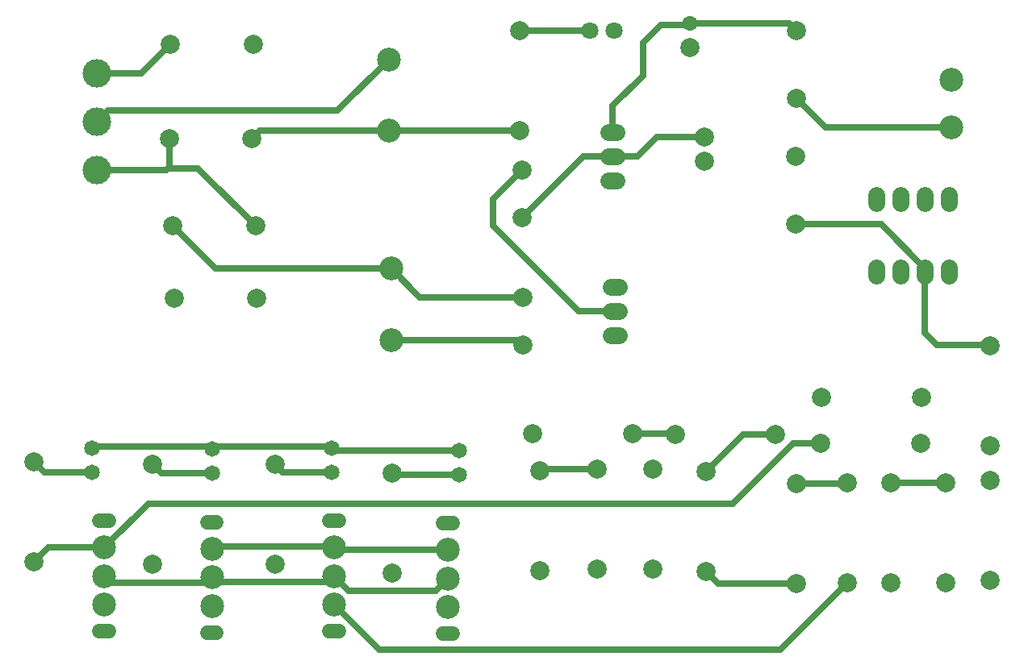
<source format=gtl>
G04 Layer: TopLayer*
G04 EasyEDA v6.4.31, 2022-02-09 14:31:59*
G04 ad555750bb3e4896a058101514d61d8c,ad51392aa1584b92a576f04d086679f3,10*
G04 Gerber Generator version 0.2*
G04 Scale: 100 percent, Rotated: No, Reflected: No *
G04 Dimensions in millimeters *
G04 leading zeros omitted , absolute positions ,4 integer and 5 decimal *
%FSLAX45Y45*%
%MOMM*%

%ADD11C,0.7000*%
%ADD12C,2.0000*%
%ADD13C,1.6510*%
%ADD14C,2.5000*%
%ADD15C,1.8000*%
%ADD16C,1.6000*%
%ADD17C,3.0000*%
%ADD18C,1.5000*%

%LPD*%
D11*
X10414000Y2095500D02*
G01*
X10414000Y1447800D01*
X10541000Y1320800D01*
X11091392Y1320800D01*
X11099800Y1312392D01*
X9317481Y292100D02*
G01*
X9034272Y292100D01*
X8399272Y-342900D01*
X2265425Y-342900D01*
X1803400Y-804926D01*
X2489200Y3175000D02*
G01*
X2781300Y3175000D01*
X3394202Y2578100D01*
X1727200Y3162300D02*
G01*
X2453259Y3162300D01*
X2485999Y3195043D01*
X5524502Y215900D02*
G01*
X4216402Y215900D01*
X4191002Y241300D01*
X2298702Y254888D02*
G01*
X2907413Y254888D01*
X2933702Y228600D01*
X4813302Y1377594D02*
G01*
X6144795Y1377594D01*
X6197602Y1324787D01*
X6184902Y2658287D02*
G01*
X6828614Y3302000D01*
X7136919Y3302000D01*
X4216402Y-804900D02*
G01*
X4203016Y-791514D01*
X2959788Y-791514D01*
X2933702Y-817600D01*
X5410202Y-830300D02*
G01*
X4241802Y-830300D01*
X4216402Y-804900D01*
X10693402Y3610355D02*
G01*
X9369046Y3610355D01*
X9067802Y3911600D01*
X7136919Y3302000D02*
G01*
X7397777Y3302000D01*
X7600977Y3505200D01*
X8102602Y3505200D01*
X6197602Y1824786D02*
G01*
X5116095Y1824786D01*
X4813302Y2127580D01*
X6159502Y3577081D02*
G01*
X4790290Y3577081D01*
X4787902Y3574694D01*
X4787902Y3574694D02*
G01*
X3438197Y3574694D01*
X3356002Y3492500D01*
X6896102Y4622800D02*
G01*
X6163795Y4622800D01*
X6159502Y4627092D01*
X10058402Y-122707D02*
G01*
X10629902Y-122707D01*
X9067800Y-1185418D02*
G01*
X8242302Y-1185418D01*
X8115300Y-1058415D01*
X9601202Y-1172718D02*
G01*
X8895946Y-1877974D01*
X4689477Y-1877974D01*
X4216402Y-1404899D01*
X1727200Y4178300D02*
G01*
X2193899Y4178300D01*
X2498699Y4483100D01*
X8115302Y-8407D02*
G01*
X8504709Y381000D01*
X8843520Y381000D01*
X5524502Y-38100D02*
G01*
X4842995Y-38100D01*
X4826002Y-21107D01*
X4191002Y-12700D02*
G01*
X3674595Y-12700D01*
X3594102Y67792D01*
X1676402Y-12700D02*
G01*
X1172695Y-12700D01*
X1066802Y93192D01*
X6972302Y16992D02*
G01*
X6388102Y16992D01*
X6375402Y4292D01*
X9067800Y-135407D02*
G01*
X9588502Y-135407D01*
X9601200Y-122709D01*
X7344920Y393700D02*
G01*
X7780809Y393700D01*
X7793509Y381000D01*
X2933702Y-25400D02*
G01*
X2404595Y-25400D01*
X2311402Y67792D01*
X1803402Y-804900D02*
G01*
X1218719Y-804900D01*
X1066802Y-956818D01*
X2486002Y3195040D02*
G01*
X2486002Y3492500D01*
X7950202Y4699000D02*
G01*
X8991602Y4699000D01*
X9067802Y4622800D01*
X2933702Y-1117600D02*
G01*
X2875511Y-1175791D01*
X1874293Y-1175791D01*
X1803402Y-1104900D01*
X4216402Y-1104900D02*
G01*
X4153181Y-1168120D01*
X2984223Y-1168120D01*
X2933702Y-1117600D01*
X5410202Y-1130300D02*
G01*
X5279417Y-1261084D01*
X4372587Y-1261084D01*
X4216402Y-1104900D01*
X7137908Y3556025D02*
G01*
X7137908Y3835907D01*
X7454900Y4152900D01*
X7454900Y4495800D01*
X7645400Y4686300D01*
X7937500Y4686300D01*
X7950200Y4699000D01*
X6184900Y3158236D02*
G01*
X5880100Y2853436D01*
X5880100Y2578100D01*
X6781800Y1676400D01*
X7162291Y1676400D01*
X1727200Y3670300D02*
G01*
X1841779Y3784879D01*
X4248099Y3784879D01*
X4787900Y4324677D01*
X1676402Y241300D02*
G01*
X1689991Y254888D01*
X2298702Y254888D01*
X9029700Y2590800D02*
G01*
X9953729Y2590800D01*
X10414002Y2130526D01*
X10414002Y2095500D01*
X4813302Y2127580D02*
G01*
X2974621Y2127580D01*
X2524102Y2578100D01*
X2298702Y254888D02*
G01*
X4177413Y254888D01*
X4191002Y241300D01*
D12*
G01*
X1066800Y93192D03*
G01*
X1066800Y-956818D03*
G01*
X2311400Y67792D03*
G01*
X2311400Y-982218D03*
G01*
X3594100Y67792D03*
G01*
X3594100Y-982218D03*
G01*
X4826000Y-21107D03*
G01*
X4826000Y-1071118D03*
D13*
G01*
X5524500Y-38100D03*
G01*
X5524500Y215900D03*
G01*
X4191000Y-12700D03*
G01*
X4191000Y241300D03*
G01*
X2933700Y-25400D03*
G01*
X2933700Y228600D03*
G01*
X1676400Y-12700D03*
G01*
X1676400Y241300D03*
D12*
G01*
X2536799Y1816100D03*
G01*
X3406800Y1816100D03*
G01*
X2524099Y2578100D03*
G01*
X3394100Y2578100D03*
G01*
X2485999Y3492500D03*
G01*
X3356000Y3492500D03*
G01*
X2498699Y4483100D03*
G01*
X3368700Y4483100D03*
G01*
X6197600Y1824786D03*
G01*
X6197600Y1324787D03*
D14*
G01*
X4813300Y1377594D03*
G01*
X4813300Y2127580D03*
D12*
G01*
X6159500Y3577081D03*
G01*
X6159500Y4627092D03*
G01*
X11099800Y1312392D03*
G01*
X11099800Y262381D03*
G01*
X9317507Y292100D03*
G01*
X10367518Y292100D03*
G01*
X10629900Y-1172718D03*
G01*
X10629900Y-122707D03*
G01*
X11099800Y-97307D03*
G01*
X11099800Y-1147318D03*
G01*
X6375400Y-1045718D03*
G01*
X6375400Y4292D03*
G01*
X6972300Y16992D03*
G01*
X6972300Y-1033018D03*
G01*
X7793507Y381000D03*
G01*
X8843518Y381000D03*
G01*
X8115300Y-1058418D03*
G01*
X8115300Y-8407D03*
G01*
X10058400Y-122707D03*
G01*
X10058400Y-1172718D03*
G01*
X9601200Y-1172718D03*
G01*
X9601200Y-122707D03*
G01*
X9067800Y-135407D03*
G01*
X9067800Y-1185418D03*
G01*
X7556500Y-1033018D03*
G01*
X7556500Y16992D03*
G01*
X6294907Y393700D03*
G01*
X7344918Y393700D03*
D15*
G01*
X7150100Y4622800D03*
G01*
X6896100Y4622800D03*
D12*
G01*
X9055100Y3302000D03*
G01*
X9055100Y2590800D03*
G01*
X9067800Y3911600D03*
G01*
X9067800Y4622800D03*
G01*
X8102600Y3505200D03*
G01*
X8102600Y3251200D03*
D16*
G01*
X7950200Y4699000D03*
D12*
G01*
X7950200Y4445000D03*
G01*
X6184900Y2658287D03*
G01*
X6184900Y3158286D03*
D14*
G01*
X4787900Y3574694D03*
G01*
X4787900Y4324680D03*
G01*
X1803400Y-1404899D03*
G01*
X1803400Y-1104900D03*
G01*
X1803400Y-804900D03*
G01*
X2933700Y-1417599D03*
G01*
X2933700Y-1117600D03*
G01*
X2933700Y-817600D03*
G01*
X4216400Y-1404899D03*
G01*
X4216400Y-1104900D03*
G01*
X4216400Y-804900D03*
G01*
X5410200Y-1430299D03*
G01*
X5410200Y-1130300D03*
G01*
X5410200Y-830300D03*
G01*
X10693400Y4111244D03*
G01*
X10693400Y3610355D03*
D12*
G01*
X9330207Y774700D03*
G01*
X10380218Y774700D03*
D17*
G01*
X1727200Y4178300D03*
G01*
X1727200Y3670300D03*
G01*
X1727200Y3162300D03*
D15*
X7122317Y1676374D02*
G01*
X7202317Y1676374D01*
X7123308Y1930400D02*
G01*
X7203307Y1930400D01*
X7122317Y1422374D02*
G01*
X7202317Y1422374D01*
X9906000Y2135499D02*
G01*
X9906000Y2055500D01*
X10160000Y2055500D02*
G01*
X10160000Y2135499D01*
X10414000Y2055500D02*
G01*
X10414000Y2135499D01*
X10668000Y2055500D02*
G01*
X10668000Y2135499D01*
X9906000Y2817500D02*
G01*
X9906000Y2897499D01*
X10160000Y2817500D02*
G01*
X10160000Y2897499D01*
X10414000Y2817500D02*
G01*
X10414000Y2897499D01*
X10668000Y2817500D02*
G01*
X10668000Y2897499D01*
D18*
X1853399Y-1684909D02*
G01*
X1753400Y-1684909D01*
X1853399Y-524890D02*
G01*
X1753400Y-524890D01*
X2983699Y-1697609D02*
G01*
X2883700Y-1697609D01*
X2983699Y-537590D02*
G01*
X2883700Y-537590D01*
X4266399Y-1684909D02*
G01*
X4166400Y-1684909D01*
X4266399Y-524890D02*
G01*
X4166400Y-524890D01*
X5460199Y-1710309D02*
G01*
X5360200Y-1710309D01*
X5460199Y-550290D02*
G01*
X5360200Y-550290D01*
D15*
X7096917Y3302000D02*
G01*
X7176917Y3302000D01*
X7097908Y3556025D02*
G01*
X7177907Y3556025D01*
X7096917Y3048000D02*
G01*
X7176917Y3048000D01*
M02*

</source>
